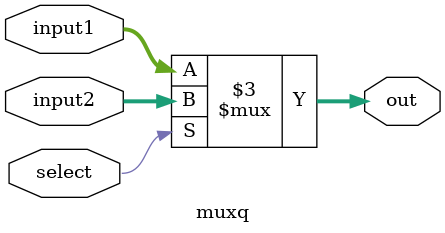
<source format=sv>
module muxq (input reg[7:0] input1, input reg[7:0] input2, input wire select, output reg[7:0] out);

always @ (*)
begin
		if (select)
			out <= input2;
		else
			out <= input1;
end
endmodule

</source>
